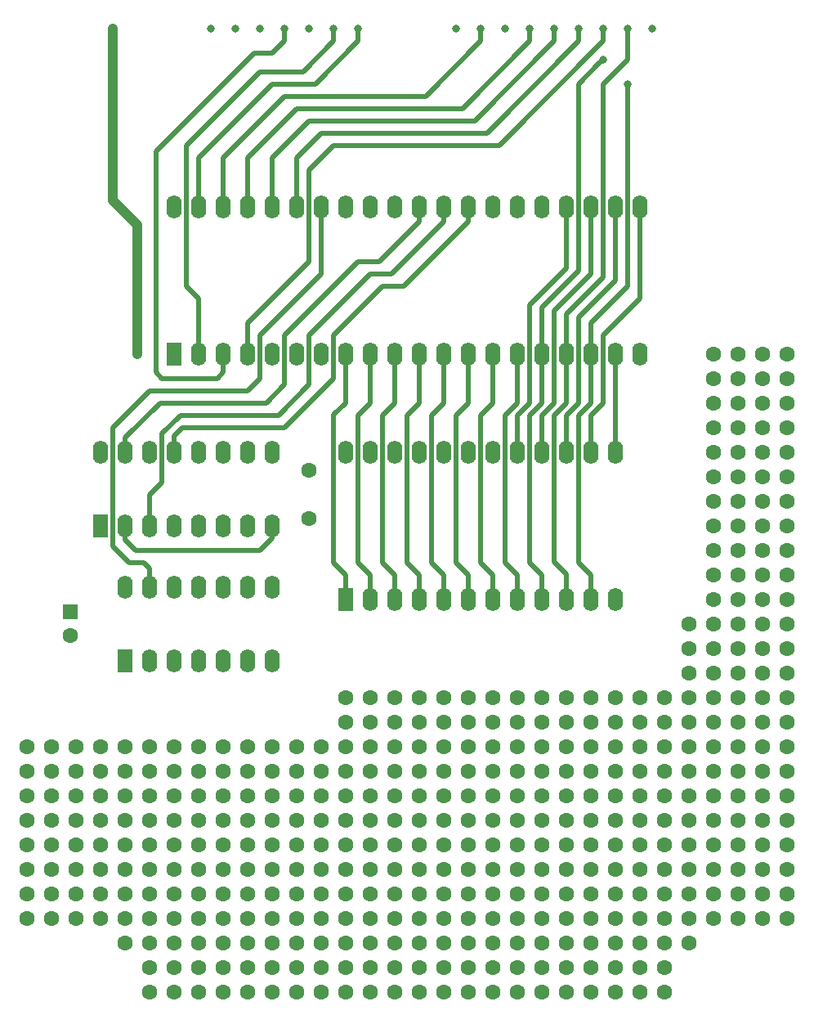
<source format=gbr>
G04 #@! TF.GenerationSoftware,KiCad,Pcbnew,5.1.2-f72e74a~84~ubuntu18.04.1*
G04 #@! TF.CreationDate,2019-07-07T13:50:11+03:00*
G04 #@! TF.ProjectId,fart,66617274-2e6b-4696-9361-645f70636258,rev?*
G04 #@! TF.SameCoordinates,Original*
G04 #@! TF.FileFunction,Copper,L1,Top*
G04 #@! TF.FilePolarity,Positive*
%FSLAX46Y46*%
G04 Gerber Fmt 4.6, Leading zero omitted, Abs format (unit mm)*
G04 Created by KiCad (PCBNEW 5.1.2-f72e74a~84~ubuntu18.04.1) date 2019-07-07 13:50:11*
%MOMM*%
%LPD*%
G04 APERTURE LIST*
%ADD10C,1.600000*%
%ADD11R,1.600000X1.600000*%
%ADD12R,1.600000X2.400000*%
%ADD13O,1.600000X2.400000*%
%ADD14C,0.800000*%
%ADD15C,0.500000*%
%ADD16C,1.000000*%
G04 APERTURE END LIST*
D10*
X187960000Y-109220000D03*
X190500000Y-111760000D03*
X185420000Y-111760000D03*
X182880000Y-111760000D03*
X185420000Y-109220000D03*
X190500000Y-109220000D03*
X182880000Y-109220000D03*
X187960000Y-111760000D03*
X190500000Y-132080000D03*
X182880000Y-124460000D03*
X182880000Y-116840000D03*
X185420000Y-119380000D03*
X182880000Y-114300000D03*
X187960000Y-119380000D03*
X187960000Y-114300000D03*
X190500000Y-127000000D03*
X190500000Y-116840000D03*
X185420000Y-127000000D03*
X190500000Y-129540000D03*
X182880000Y-134620000D03*
X185420000Y-129540000D03*
X182880000Y-129540000D03*
X190500000Y-124460000D03*
X185420000Y-132080000D03*
X187960000Y-129540000D03*
X185420000Y-116840000D03*
X182880000Y-132080000D03*
X185420000Y-114300000D03*
X185420000Y-121920000D03*
X187960000Y-116840000D03*
X185420000Y-124460000D03*
X190500000Y-119380000D03*
X187960000Y-132080000D03*
X190500000Y-114300000D03*
X185420000Y-134620000D03*
X182880000Y-127000000D03*
X182880000Y-119380000D03*
X187960000Y-134620000D03*
X182880000Y-121920000D03*
X190500000Y-134620000D03*
X187960000Y-124460000D03*
X190500000Y-121920000D03*
X187960000Y-127000000D03*
X187960000Y-121920000D03*
X132080000Y-175260000D03*
X147320000Y-175260000D03*
X162560000Y-175260000D03*
X149860000Y-175260000D03*
X172720000Y-175260000D03*
X139700000Y-175260000D03*
X175260000Y-175260000D03*
X129540000Y-175260000D03*
X144780000Y-175260000D03*
X134620000Y-175260000D03*
X170180000Y-175260000D03*
X152400000Y-175260000D03*
X177800000Y-175260000D03*
X167640000Y-175260000D03*
X127000000Y-175260000D03*
X160020000Y-175260000D03*
X165100000Y-175260000D03*
X157480000Y-175260000D03*
X154940000Y-175260000D03*
X137160000Y-175260000D03*
X142240000Y-175260000D03*
X124460000Y-175260000D03*
X180340000Y-170180000D03*
X175260000Y-172720000D03*
X149860000Y-172720000D03*
X147320000Y-172720000D03*
X144780000Y-172720000D03*
X177800000Y-172720000D03*
X167640000Y-172720000D03*
X165100000Y-172720000D03*
X162560000Y-172720000D03*
X134620000Y-172720000D03*
X170180000Y-172720000D03*
X157480000Y-172720000D03*
X127000000Y-172720000D03*
X152400000Y-172720000D03*
X139700000Y-172720000D03*
X160020000Y-172720000D03*
X124460000Y-172720000D03*
X129540000Y-172720000D03*
X154940000Y-172720000D03*
X172720000Y-172720000D03*
X142240000Y-172720000D03*
X132080000Y-172720000D03*
X137160000Y-172720000D03*
X139700000Y-170180000D03*
X124460000Y-170180000D03*
X142240000Y-170180000D03*
X147320000Y-170180000D03*
X127000000Y-170180000D03*
X177800000Y-170180000D03*
X175260000Y-170180000D03*
X167640000Y-170180000D03*
X152400000Y-170180000D03*
X157480000Y-170180000D03*
X162560000Y-170180000D03*
X165100000Y-170180000D03*
X172720000Y-170180000D03*
X160020000Y-170180000D03*
X170180000Y-170180000D03*
X129540000Y-170180000D03*
X149860000Y-170180000D03*
X132080000Y-170180000D03*
X121920000Y-170180000D03*
X134620000Y-170180000D03*
X154940000Y-170180000D03*
X137160000Y-170180000D03*
X144780000Y-170180000D03*
X182880000Y-137160000D03*
X190500000Y-137160000D03*
X185420000Y-137160000D03*
X187960000Y-137160000D03*
X180340000Y-137160000D03*
X185420000Y-139700000D03*
X187960000Y-139700000D03*
X180340000Y-139700000D03*
X190500000Y-139700000D03*
X182880000Y-139700000D03*
X180340000Y-142240000D03*
X185420000Y-142240000D03*
X182880000Y-142240000D03*
X190500000Y-142240000D03*
X187960000Y-142240000D03*
X160020000Y-144780000D03*
X182880000Y-144780000D03*
X167640000Y-144780000D03*
X162560000Y-144780000D03*
X177800000Y-144780000D03*
X190500000Y-144780000D03*
X152400000Y-144780000D03*
X149860000Y-144780000D03*
X157480000Y-144780000D03*
X185420000Y-144780000D03*
X154940000Y-144780000D03*
X170180000Y-144780000D03*
X144780000Y-144780000D03*
X165100000Y-144780000D03*
X180340000Y-144780000D03*
X147320000Y-144780000D03*
X187960000Y-144780000D03*
X172720000Y-144780000D03*
X175260000Y-144780000D03*
X175260000Y-147320000D03*
X149860000Y-147320000D03*
X144780000Y-147320000D03*
X167640000Y-147320000D03*
X190500000Y-147320000D03*
X154940000Y-147320000D03*
X185420000Y-147320000D03*
X172720000Y-147320000D03*
X157480000Y-147320000D03*
X177800000Y-147320000D03*
X152400000Y-147320000D03*
X162560000Y-147320000D03*
X165100000Y-147320000D03*
X170180000Y-147320000D03*
X160020000Y-147320000D03*
X182880000Y-147320000D03*
X147320000Y-147320000D03*
X180340000Y-147320000D03*
X187960000Y-147320000D03*
X167640000Y-152400000D03*
X177800000Y-157480000D03*
X180340000Y-167640000D03*
X162560000Y-160020000D03*
X177800000Y-160020000D03*
X165100000Y-154940000D03*
X187960000Y-154940000D03*
X182880000Y-157480000D03*
X185420000Y-160020000D03*
X167640000Y-160020000D03*
X154940000Y-157480000D03*
X165100000Y-167640000D03*
X157480000Y-154940000D03*
X177800000Y-162560000D03*
X190500000Y-160020000D03*
X165100000Y-157480000D03*
X177800000Y-154940000D03*
X190500000Y-162560000D03*
X182880000Y-167640000D03*
X157480000Y-149860000D03*
X162560000Y-157480000D03*
X160020000Y-162560000D03*
X154940000Y-154940000D03*
X152400000Y-162560000D03*
X154940000Y-160020000D03*
X152400000Y-160020000D03*
X177800000Y-149860000D03*
X187960000Y-167640000D03*
X157480000Y-152400000D03*
X177800000Y-152400000D03*
X165100000Y-162560000D03*
X154940000Y-165100000D03*
X160020000Y-165100000D03*
X175260000Y-152400000D03*
X160020000Y-154940000D03*
X172720000Y-154940000D03*
X187960000Y-152400000D03*
X190500000Y-154940000D03*
X175260000Y-149860000D03*
X190500000Y-149860000D03*
X157480000Y-167640000D03*
X162560000Y-152400000D03*
X172720000Y-149860000D03*
X162560000Y-165100000D03*
X170180000Y-162560000D03*
X172720000Y-152400000D03*
X185420000Y-152400000D03*
X154940000Y-149860000D03*
X160020000Y-149860000D03*
X167640000Y-165100000D03*
X185420000Y-157480000D03*
X167640000Y-154940000D03*
X172720000Y-160020000D03*
X152400000Y-154940000D03*
X167640000Y-157480000D03*
X185420000Y-149860000D03*
X187960000Y-165100000D03*
X177800000Y-165100000D03*
X172720000Y-162560000D03*
X170180000Y-165100000D03*
X167640000Y-167640000D03*
X170180000Y-157480000D03*
X152400000Y-167640000D03*
X175260000Y-165100000D03*
X182880000Y-162560000D03*
X152400000Y-157480000D03*
X154940000Y-167640000D03*
X175260000Y-162560000D03*
X152400000Y-165100000D03*
X154940000Y-162560000D03*
X190500000Y-165100000D03*
X152400000Y-149860000D03*
X170180000Y-167640000D03*
X182880000Y-160020000D03*
X190500000Y-167640000D03*
X160020000Y-157480000D03*
X175260000Y-154940000D03*
X180340000Y-160020000D03*
X165100000Y-165100000D03*
X185420000Y-154940000D03*
X187960000Y-162560000D03*
X180340000Y-165100000D03*
X180340000Y-152400000D03*
X172720000Y-167640000D03*
X180340000Y-157480000D03*
X170180000Y-149860000D03*
X172720000Y-157480000D03*
X162560000Y-167640000D03*
X182880000Y-154940000D03*
X182880000Y-149860000D03*
X190500000Y-152400000D03*
X175260000Y-167640000D03*
X180340000Y-162560000D03*
X160020000Y-167640000D03*
X187960000Y-149860000D03*
X157480000Y-160020000D03*
X175260000Y-157480000D03*
X182880000Y-152400000D03*
X187960000Y-160020000D03*
X170180000Y-160020000D03*
X165100000Y-149860000D03*
X167640000Y-162560000D03*
X162560000Y-149860000D03*
X154940000Y-152400000D03*
X160020000Y-152400000D03*
X152400000Y-152400000D03*
X170180000Y-152400000D03*
X165100000Y-152400000D03*
X157480000Y-162560000D03*
X165100000Y-160020000D03*
X162560000Y-154940000D03*
X177800000Y-167640000D03*
X157480000Y-157480000D03*
X170180000Y-154940000D03*
X182880000Y-165100000D03*
X180340000Y-149860000D03*
X190500000Y-157480000D03*
X187960000Y-157480000D03*
X157480000Y-165100000D03*
X185420000Y-162560000D03*
X160020000Y-160020000D03*
X185420000Y-167640000D03*
X175260000Y-160020000D03*
X172720000Y-165100000D03*
X167640000Y-149860000D03*
X180340000Y-154940000D03*
X162560000Y-162560000D03*
X185420000Y-165100000D03*
X147320000Y-152400000D03*
X142240000Y-160020000D03*
X144780000Y-154940000D03*
X147320000Y-160020000D03*
X134620000Y-157480000D03*
X144780000Y-167640000D03*
X137160000Y-154940000D03*
X144780000Y-157480000D03*
X137160000Y-149860000D03*
X142240000Y-157480000D03*
X139700000Y-162560000D03*
X134620000Y-154940000D03*
X132080000Y-162560000D03*
X134620000Y-160020000D03*
X132080000Y-160020000D03*
X137160000Y-152400000D03*
X144780000Y-162560000D03*
X134620000Y-165100000D03*
X139700000Y-165100000D03*
X139700000Y-154940000D03*
X137160000Y-167640000D03*
X142240000Y-152400000D03*
X142240000Y-165100000D03*
X149860000Y-162560000D03*
X134620000Y-149860000D03*
X139700000Y-149860000D03*
X147320000Y-165100000D03*
X147320000Y-154940000D03*
X132080000Y-154940000D03*
X147320000Y-157480000D03*
X149860000Y-165100000D03*
X147320000Y-167640000D03*
X149860000Y-157480000D03*
X132080000Y-167640000D03*
X132080000Y-157480000D03*
X134620000Y-167640000D03*
X132080000Y-165100000D03*
X134620000Y-162560000D03*
X132080000Y-149860000D03*
X149860000Y-167640000D03*
X139700000Y-157480000D03*
X144780000Y-165100000D03*
X149860000Y-149860000D03*
X142240000Y-167640000D03*
X139700000Y-167640000D03*
X137160000Y-160020000D03*
X149860000Y-160020000D03*
X144780000Y-149860000D03*
X147320000Y-162560000D03*
X142240000Y-149860000D03*
X134620000Y-152400000D03*
X139700000Y-152400000D03*
X132080000Y-152400000D03*
X149860000Y-152400000D03*
X144780000Y-152400000D03*
X137160000Y-162560000D03*
X144780000Y-160020000D03*
X142240000Y-154940000D03*
X137160000Y-157480000D03*
X149860000Y-154940000D03*
X137160000Y-165100000D03*
X139700000Y-160020000D03*
X147320000Y-149860000D03*
X142240000Y-162560000D03*
X127000000Y-162560000D03*
X124460000Y-165100000D03*
X114300000Y-167640000D03*
X116840000Y-165100000D03*
X124460000Y-167640000D03*
X116840000Y-160020000D03*
X121920000Y-167640000D03*
X114300000Y-165100000D03*
X116840000Y-162560000D03*
X119380000Y-165100000D03*
X121920000Y-162560000D03*
X114300000Y-160020000D03*
X119380000Y-160020000D03*
X127000000Y-165100000D03*
X111760000Y-165100000D03*
X127000000Y-167640000D03*
X129540000Y-167640000D03*
X111760000Y-167640000D03*
X111760000Y-160020000D03*
X119380000Y-167640000D03*
X129540000Y-160020000D03*
X124460000Y-160020000D03*
X121920000Y-160020000D03*
X114300000Y-162560000D03*
X119380000Y-162560000D03*
X111760000Y-162560000D03*
X129540000Y-162560000D03*
X124460000Y-162560000D03*
X121920000Y-165100000D03*
X116840000Y-167640000D03*
X129540000Y-165100000D03*
X127000000Y-160020000D03*
X124460000Y-157480000D03*
X116840000Y-157480000D03*
X114300000Y-157480000D03*
X119380000Y-157480000D03*
X127000000Y-157480000D03*
X111760000Y-157480000D03*
X121920000Y-157480000D03*
X129540000Y-157480000D03*
X127000000Y-154940000D03*
X116840000Y-154940000D03*
X121920000Y-154940000D03*
X114300000Y-154940000D03*
X119380000Y-154940000D03*
X111760000Y-154940000D03*
X129540000Y-154940000D03*
X124460000Y-154940000D03*
X116840000Y-152400000D03*
X114300000Y-152400000D03*
X119380000Y-152400000D03*
X111760000Y-152400000D03*
X129540000Y-152400000D03*
X124460000Y-152400000D03*
X121920000Y-152400000D03*
X127000000Y-152400000D03*
X121920000Y-149860000D03*
X129540000Y-149860000D03*
X114300000Y-149860000D03*
X111760000Y-149860000D03*
X116840000Y-149860000D03*
X119380000Y-149860000D03*
X127000000Y-149860000D03*
X124460000Y-149860000D03*
X140970000Y-121285000D03*
X140970000Y-126285000D03*
D11*
X116205000Y-135890000D03*
D10*
X116205000Y-138390000D03*
D12*
X121920000Y-140970000D03*
D13*
X137160000Y-133350000D03*
X124460000Y-140970000D03*
X134620000Y-133350000D03*
X127000000Y-140970000D03*
X132080000Y-133350000D03*
X129540000Y-140970000D03*
X129540000Y-133350000D03*
X132080000Y-140970000D03*
X127000000Y-133350000D03*
X134620000Y-140970000D03*
X124460000Y-133350000D03*
X137160000Y-140970000D03*
X121920000Y-133350000D03*
D12*
X127000000Y-109220000D03*
D13*
X175260000Y-93980000D03*
X129540000Y-109220000D03*
X172720000Y-93980000D03*
X132080000Y-109220000D03*
X170180000Y-93980000D03*
X134620000Y-109220000D03*
X167640000Y-93980000D03*
X137160000Y-109220000D03*
X165100000Y-93980000D03*
X139700000Y-109220000D03*
X162560000Y-93980000D03*
X142240000Y-109220000D03*
X160020000Y-93980000D03*
X144780000Y-109220000D03*
X157480000Y-93980000D03*
X147320000Y-109220000D03*
X154940000Y-93980000D03*
X149860000Y-109220000D03*
X152400000Y-93980000D03*
X152400000Y-109220000D03*
X149860000Y-93980000D03*
X154940000Y-109220000D03*
X147320000Y-93980000D03*
X157480000Y-109220000D03*
X144780000Y-93980000D03*
X160020000Y-109220000D03*
X142240000Y-93980000D03*
X162560000Y-109220000D03*
X139700000Y-93980000D03*
X165100000Y-109220000D03*
X137160000Y-93980000D03*
X167640000Y-109220000D03*
X134620000Y-93980000D03*
X170180000Y-109220000D03*
X132080000Y-93980000D03*
X172720000Y-109220000D03*
X129540000Y-93980000D03*
X175260000Y-109220000D03*
X127000000Y-93980000D03*
X119380000Y-119380000D03*
X137160000Y-127000000D03*
X121920000Y-119380000D03*
X134620000Y-127000000D03*
X124460000Y-119380000D03*
X132080000Y-127000000D03*
X127000000Y-119380000D03*
X129540000Y-127000000D03*
X129540000Y-119380000D03*
X127000000Y-127000000D03*
X132080000Y-119380000D03*
X124460000Y-127000000D03*
X134620000Y-119380000D03*
X121920000Y-127000000D03*
X137160000Y-119380000D03*
D12*
X119380000Y-127000000D03*
D13*
X144780000Y-119380000D03*
X172720000Y-134620000D03*
X147320000Y-119380000D03*
X170180000Y-134620000D03*
X149860000Y-119380000D03*
X167640000Y-134620000D03*
X152400000Y-119380000D03*
X165100000Y-134620000D03*
X154940000Y-119380000D03*
X162560000Y-134620000D03*
X157480000Y-119380000D03*
X160020000Y-134620000D03*
X160020000Y-119380000D03*
X157480000Y-134620000D03*
X162560000Y-119380000D03*
X154940000Y-134620000D03*
X165100000Y-119380000D03*
X152400000Y-134620000D03*
X167640000Y-119380000D03*
X149860000Y-134620000D03*
X170180000Y-119380000D03*
X147320000Y-134620000D03*
X172720000Y-119380000D03*
D12*
X144780000Y-134620000D03*
D14*
X146050000Y-75565000D03*
X158750000Y-75565000D03*
X163830000Y-75565000D03*
X166370000Y-75565000D03*
X168910000Y-75565000D03*
X171450000Y-75565000D03*
X138430000Y-75565000D03*
X143510000Y-75565000D03*
X120650000Y-75565000D03*
X123190000Y-109220000D03*
X140970000Y-75565000D03*
X135890000Y-75565000D03*
X133350000Y-75565000D03*
X130810000Y-75565000D03*
X176530000Y-75565000D03*
X171450000Y-78740000D03*
X173990000Y-75565000D03*
X161290000Y-75565000D03*
X173990000Y-81280000D03*
X156210000Y-75565000D03*
D15*
X137160000Y-128270000D02*
X137160000Y-127000000D01*
X135890000Y-129540000D02*
X137160000Y-128270000D01*
X122990000Y-129540000D02*
X135890000Y-129540000D01*
X121920000Y-127000000D02*
X121920000Y-128470000D01*
X121920000Y-128470000D02*
X122990000Y-129540000D01*
X146050000Y-76835000D02*
X146050000Y-75565000D01*
X141605000Y-81280000D02*
X146050000Y-76835000D01*
X137160000Y-81280000D02*
X141605000Y-81280000D01*
X129540000Y-93980000D02*
X129540000Y-88900000D01*
X129540000Y-88900000D02*
X137160000Y-81280000D01*
X158750000Y-76835000D02*
X158750000Y-75565000D01*
X153035000Y-82550000D02*
X158750000Y-76835000D01*
X138430000Y-82550000D02*
X153035000Y-82550000D01*
X132080000Y-93980000D02*
X132080000Y-88900000D01*
X132080000Y-88900000D02*
X138430000Y-82550000D01*
X163830000Y-76835000D02*
X163830000Y-75565000D01*
X156845000Y-83820000D02*
X163830000Y-76835000D01*
X139700000Y-83820000D02*
X156845000Y-83820000D01*
X134620000Y-93980000D02*
X134620000Y-88900000D01*
X134620000Y-88900000D02*
X139700000Y-83820000D01*
X166370000Y-76835000D02*
X166370000Y-75565000D01*
X158115000Y-85090000D02*
X166370000Y-76835000D01*
X140970000Y-85090000D02*
X158115000Y-85090000D01*
X137160000Y-93980000D02*
X137160000Y-88900000D01*
X137160000Y-88900000D02*
X140970000Y-85090000D01*
X168910000Y-76835000D02*
X168910000Y-75565000D01*
X159385000Y-86360000D02*
X168910000Y-76835000D01*
X142240000Y-86360000D02*
X159385000Y-86360000D01*
X139700000Y-93980000D02*
X139700000Y-88900000D01*
X139700000Y-88900000D02*
X142240000Y-86360000D01*
X134620000Y-106045000D02*
X134620000Y-109220000D01*
X140970000Y-99695000D02*
X134620000Y-106045000D01*
X140970000Y-95250000D02*
X140970000Y-99695000D01*
X171450000Y-75565000D02*
X171450000Y-76835000D01*
X160655000Y-87630000D02*
X143510000Y-87630000D01*
X143510000Y-87630000D02*
X140950010Y-90189990D01*
X171450000Y-76835000D02*
X160655000Y-87630000D01*
X140950010Y-90189990D02*
X140950010Y-95230010D01*
X140950010Y-95230010D02*
X140970000Y-95250000D01*
X125730000Y-111760000D02*
X131445000Y-111760000D01*
X132080000Y-111125000D02*
X132080000Y-109220000D01*
X138430000Y-76835000D02*
X137160000Y-78105000D01*
X125095000Y-88265000D02*
X125095000Y-111125000D01*
X131445000Y-111760000D02*
X132080000Y-111125000D01*
X138430000Y-75565000D02*
X138430000Y-76835000D01*
X137160000Y-78105000D02*
X135255000Y-78105000D01*
X135255000Y-78105000D02*
X125095000Y-88265000D01*
X125095000Y-111125000D02*
X125730000Y-111760000D01*
X129540000Y-103505000D02*
X129540000Y-109220000D01*
X143510000Y-76835000D02*
X140335000Y-80010000D01*
X143510000Y-75565000D02*
X143510000Y-76835000D01*
X135890000Y-80010000D02*
X128270000Y-87630000D01*
X140335000Y-80010000D02*
X135890000Y-80010000D01*
X128270000Y-87630000D02*
X128270000Y-102235000D01*
X128270000Y-102235000D02*
X129540000Y-103505000D01*
D16*
X120650000Y-75565000D02*
X120650000Y-93345000D01*
X120650000Y-93345000D02*
X123190000Y-95885000D01*
X123190000Y-95885000D02*
X123190000Y-109220000D01*
D15*
X171450000Y-114300000D02*
X170180000Y-115570000D01*
X170180000Y-115570000D02*
X170180000Y-119380000D01*
X171450000Y-107315000D02*
X171450000Y-114300000D01*
X175260000Y-93980000D02*
X175260000Y-103505000D01*
X175260000Y-103505000D02*
X171450000Y-107315000D01*
X172720000Y-101600000D02*
X172720000Y-93980000D01*
X168910000Y-105410000D02*
X172720000Y-101600000D01*
X168910000Y-114300000D02*
X168910000Y-105410000D01*
X167640000Y-119380000D02*
X167640000Y-115570000D01*
X167640000Y-115570000D02*
X168910000Y-114300000D01*
X166370000Y-114300000D02*
X165100000Y-115570000D01*
X166370000Y-104775000D02*
X166370000Y-114300000D01*
X170180000Y-93980000D02*
X170180000Y-100965000D01*
X165100000Y-117680000D02*
X165100000Y-119380000D01*
X165100000Y-115570000D02*
X165100000Y-117680000D01*
X170180000Y-100965000D02*
X166370000Y-104775000D01*
X167640000Y-100330000D02*
X167640000Y-93980000D01*
X163830000Y-104140000D02*
X167640000Y-100330000D01*
X163830000Y-114300000D02*
X163830000Y-104140000D01*
X162560000Y-119380000D02*
X162560000Y-115570000D01*
X162560000Y-115570000D02*
X163830000Y-114300000D01*
X163830000Y-115570000D02*
X163830000Y-130810000D01*
X163830000Y-130810000D02*
X165100000Y-132080000D01*
X165100000Y-109220000D02*
X165100000Y-114300000D01*
X165100000Y-132080000D02*
X165100000Y-134620000D01*
X165100000Y-114300000D02*
X163830000Y-115570000D01*
X168910000Y-81280000D02*
X171050001Y-79139999D01*
X168910000Y-100647500D02*
X168910000Y-81280000D01*
X165100000Y-104457500D02*
X168910000Y-100647500D01*
X165100000Y-109220000D02*
X165100000Y-104457500D01*
X171050001Y-79139999D02*
X171450000Y-78740000D01*
X166370000Y-115570000D02*
X166370000Y-130770020D01*
X167640000Y-109220000D02*
X167640000Y-114300000D01*
X167640000Y-132040020D02*
X167640000Y-134620000D01*
X166370000Y-130770020D02*
X167640000Y-132040020D01*
X167640000Y-114300000D02*
X166370000Y-115570000D01*
X173990000Y-78740000D02*
X173990000Y-75565000D01*
X171450000Y-81280000D02*
X173990000Y-78740000D01*
X171450000Y-101319962D02*
X171450000Y-81280000D01*
X167640000Y-109220000D02*
X167640000Y-105129962D01*
X167640000Y-105129962D02*
X171450000Y-101319962D01*
X170180000Y-132080000D02*
X170180000Y-134620000D01*
X168910000Y-130810000D02*
X170180000Y-132080000D01*
X168910000Y-115570000D02*
X168910000Y-130810000D01*
X170180000Y-109220000D02*
X170180000Y-114300000D01*
X170180000Y-114300000D02*
X168910000Y-115570000D01*
X170180000Y-109220000D02*
X170180000Y-106045000D01*
X174009990Y-102215010D02*
X174009990Y-94897771D01*
X170180000Y-106045000D02*
X174009990Y-102215010D01*
X174009990Y-94897771D02*
X174009990Y-81299990D01*
X174009990Y-81299990D02*
X173990000Y-81280000D01*
X172720000Y-119380000D02*
X172720000Y-109220000D01*
X144780000Y-132080000D02*
X144780000Y-134620000D01*
X144780000Y-114300000D02*
X143529990Y-115550010D01*
X143529990Y-115550010D02*
X143529990Y-119497771D01*
X144780000Y-109220000D02*
X144780000Y-114300000D01*
X143529990Y-119497771D02*
X143510000Y-119517761D01*
X143510000Y-119517761D02*
X143510000Y-130810000D01*
X143510000Y-130810000D02*
X144780000Y-132080000D01*
X150812500Y-102235000D02*
X157480000Y-95567500D01*
X127000000Y-117680000D02*
X127840000Y-116840000D01*
X157480000Y-95567500D02*
X157480000Y-93980000D01*
X143490010Y-111779990D02*
X143490010Y-107334990D01*
X127000000Y-119380000D02*
X127000000Y-117680000D01*
X127840000Y-116840000D02*
X138430000Y-116840000D01*
X148590000Y-102235000D02*
X150812500Y-102235000D01*
X138430000Y-116840000D02*
X143490010Y-111779990D01*
X143490010Y-107334990D02*
X148590000Y-102235000D01*
X146050000Y-130810000D02*
X147320000Y-132080000D01*
X146050000Y-115570000D02*
X146050000Y-130810000D01*
X147320000Y-132080000D02*
X147320000Y-134620000D01*
X147320000Y-109220000D02*
X147320000Y-114300000D01*
X147320000Y-114300000D02*
X146050000Y-115570000D01*
X124460000Y-123825000D02*
X124460000Y-127000000D01*
X125730000Y-122555000D02*
X124460000Y-123825000D01*
X125730000Y-117475000D02*
X125730000Y-122555000D01*
X127635000Y-115570000D02*
X125730000Y-117475000D01*
X154940000Y-95567500D02*
X149542500Y-100965000D01*
X154940000Y-93980000D02*
X154940000Y-95567500D01*
X137795000Y-115570000D02*
X127635000Y-115570000D01*
X149542500Y-100965000D02*
X147320000Y-100965000D01*
X147320000Y-100965000D02*
X140970000Y-107315000D01*
X140970000Y-107315000D02*
X140970000Y-112395000D01*
X140970000Y-112395000D02*
X137795000Y-115570000D01*
X149860000Y-132080000D02*
X149860000Y-134620000D01*
X148590000Y-115570000D02*
X148590000Y-130810000D01*
X149860000Y-109220000D02*
X149860000Y-114300000D01*
X148590000Y-130810000D02*
X149860000Y-132080000D01*
X149860000Y-114300000D02*
X148590000Y-115570000D01*
X121920000Y-117910000D02*
X121920000Y-119380000D01*
X125530000Y-114300000D02*
X121920000Y-117910000D01*
X136525000Y-114300000D02*
X125530000Y-114300000D01*
X152400000Y-95567500D02*
X148272500Y-99695000D01*
X152400000Y-93980000D02*
X152400000Y-95567500D01*
X148272500Y-99695000D02*
X146050000Y-99695000D01*
X146050000Y-99695000D02*
X138430000Y-107315000D01*
X138430000Y-107315000D02*
X138430000Y-112395000D01*
X138430000Y-112395000D02*
X136525000Y-114300000D01*
X152400000Y-132080000D02*
X152400000Y-134620000D01*
X151130000Y-115570000D02*
X151130000Y-130810000D01*
X152400000Y-109220000D02*
X152400000Y-114300000D01*
X151130000Y-130810000D02*
X152400000Y-132080000D01*
X152400000Y-114300000D02*
X151130000Y-115570000D01*
X154940000Y-114300000D02*
X154940000Y-109220000D01*
X153670000Y-115570000D02*
X154940000Y-114300000D01*
X154940000Y-132080000D02*
X153670000Y-130810000D01*
X153689990Y-130790010D02*
X153689990Y-117494990D01*
X154940000Y-134620000D02*
X154940000Y-132080000D01*
X153670000Y-130810000D02*
X153689990Y-130790010D01*
X153689990Y-117494990D02*
X153670000Y-117475000D01*
X153670000Y-117475000D02*
X153670000Y-115570000D01*
X157480000Y-132080000D02*
X157480000Y-134620000D01*
X156210000Y-130810000D02*
X157480000Y-132080000D01*
X156210000Y-115570000D02*
X156210000Y-130810000D01*
X157480000Y-109220000D02*
X157480000Y-114300000D01*
X157480000Y-114300000D02*
X156210000Y-115570000D01*
X160020000Y-114300000D02*
X160020000Y-109220000D01*
X158750000Y-115570000D02*
X160020000Y-114300000D01*
X158750000Y-130810000D02*
X158750000Y-115570000D01*
X160020000Y-134620000D02*
X160020000Y-132080000D01*
X160020000Y-132080000D02*
X158750000Y-130810000D01*
X124460000Y-131445000D02*
X124460000Y-133350000D01*
X122300010Y-130810000D02*
X123825000Y-130810000D01*
X120669990Y-129179980D02*
X122300010Y-130810000D01*
X123825000Y-130810000D02*
X124460000Y-131445000D01*
X120669990Y-127654990D02*
X120669990Y-129179980D01*
X120650000Y-116840000D02*
X120650000Y-127635000D01*
X142240000Y-93980000D02*
X142240000Y-100965000D01*
X124460000Y-113030000D02*
X120650000Y-116840000D01*
X135890000Y-107315000D02*
X135890000Y-111760000D01*
X142240000Y-100965000D02*
X135890000Y-107315000D01*
X135890000Y-111760000D02*
X134620000Y-113030000D01*
X120650000Y-127635000D02*
X120669990Y-127654990D01*
X134620000Y-113030000D02*
X124460000Y-113030000D01*
X162560000Y-132080000D02*
X162560000Y-134620000D01*
X162560000Y-114300000D02*
X161270010Y-115589990D01*
X162560000Y-109220000D02*
X162560000Y-114300000D01*
X161270010Y-115589990D02*
X161270010Y-126980010D01*
X161270010Y-126980010D02*
X161290000Y-127000000D01*
X161290000Y-130810000D02*
X162560000Y-132080000D01*
X161290000Y-127000000D02*
X161290000Y-130810000D01*
M02*

</source>
